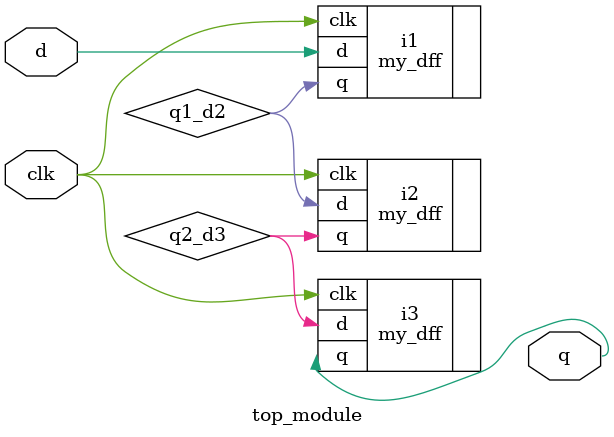
<source format=sv>
module top_module ( input clk, input d, output q );

    wire q1_d2;
    wire q2_d3;
    
    my_dff i1 (.clk(clk), .d(d), .q(q1_d2));
    my_dff i2 (.clk(clk), .d(q1_d2), .q(q2_d3));
    my_dff i3 (.clk(clk), .d(q2_d3), .q(q));
    
endmodule
</source>
